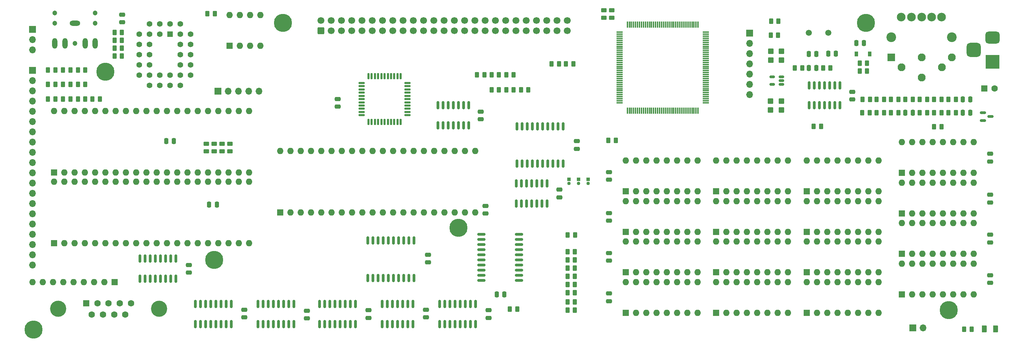
<source format=gbr>
%TF.GenerationSoftware,KiCad,Pcbnew,7.0.7*%
%TF.CreationDate,2023-10-19T16:40:54+01:00*%
%TF.ProjectId,CPC464-2MINI,43504334-3634-42d3-924d-494e492e6b69,rev?*%
%TF.SameCoordinates,Original*%
%TF.FileFunction,Soldermask,Top*%
%TF.FilePolarity,Negative*%
%FSLAX46Y46*%
G04 Gerber Fmt 4.6, Leading zero omitted, Abs format (unit mm)*
G04 Created by KiCad (PCBNEW 7.0.7) date 2023-10-19 16:40:54*
%MOMM*%
%LPD*%
G01*
G04 APERTURE LIST*
G04 Aperture macros list*
%AMRoundRect*
0 Rectangle with rounded corners*
0 $1 Rounding radius*
0 $2 $3 $4 $5 $6 $7 $8 $9 X,Y pos of 4 corners*
0 Add a 4 corners polygon primitive as box body*
4,1,4,$2,$3,$4,$5,$6,$7,$8,$9,$2,$3,0*
0 Add four circle primitives for the rounded corners*
1,1,$1+$1,$2,$3*
1,1,$1+$1,$4,$5*
1,1,$1+$1,$6,$7*
1,1,$1+$1,$8,$9*
0 Add four rect primitives between the rounded corners*
20,1,$1+$1,$2,$3,$4,$5,0*
20,1,$1+$1,$4,$5,$6,$7,0*
20,1,$1+$1,$6,$7,$8,$9,0*
20,1,$1+$1,$8,$9,$2,$3,0*%
G04 Aperture macros list end*
%ADD10RoundRect,0.150000X0.150000X-0.875000X0.150000X0.875000X-0.150000X0.875000X-0.150000X-0.875000X0*%
%ADD11RoundRect,0.250000X-0.262500X-0.450000X0.262500X-0.450000X0.262500X0.450000X-0.262500X0.450000X0*%
%ADD12RoundRect,0.150000X0.150000X-0.825000X0.150000X0.825000X-0.150000X0.825000X-0.150000X-0.825000X0*%
%ADD13RoundRect,0.250000X-0.450000X0.262500X-0.450000X-0.262500X0.450000X-0.262500X0.450000X0.262500X0*%
%ADD14RoundRect,0.250000X0.475000X-0.250000X0.475000X0.250000X-0.475000X0.250000X-0.475000X-0.250000X0*%
%ADD15RoundRect,0.137500X0.137500X-0.600000X0.137500X0.600000X-0.137500X0.600000X-0.137500X-0.600000X0*%
%ADD16RoundRect,0.137500X0.600000X-0.137500X0.600000X0.137500X-0.600000X0.137500X-0.600000X-0.137500X0*%
%ADD17R,1.600000X1.600000*%
%ADD18O,1.600000X1.600000*%
%ADD19C,4.500000*%
%ADD20R,0.850000X0.850000*%
%ADD21O,0.850000X0.850000*%
%ADD22C,4.000000*%
%ADD23C,1.600000*%
%ADD24RoundRect,0.150000X-0.587500X-0.150000X0.587500X-0.150000X0.587500X0.150000X-0.587500X0.150000X0*%
%ADD25RoundRect,0.250000X-0.250000X-0.475000X0.250000X-0.475000X0.250000X0.475000X-0.250000X0.475000X0*%
%ADD26RoundRect,0.250000X0.262500X0.450000X-0.262500X0.450000X-0.262500X-0.450000X0.262500X-0.450000X0*%
%ADD27C,1.200000*%
%ADD28O,2.616000X1.308000*%
%ADD29O,1.308000X2.616000*%
%ADD30RoundRect,0.250000X-0.475000X0.250000X-0.475000X-0.250000X0.475000X-0.250000X0.475000X0.250000X0*%
%ADD31RoundRect,0.250000X0.450000X0.425000X-0.450000X0.425000X-0.450000X-0.425000X0.450000X-0.425000X0*%
%ADD32R,1.700000X1.700000*%
%ADD33O,1.700000X1.700000*%
%ADD34C,2.400000*%
%ADD35R,1.950000X1.950000*%
%ADD36C,1.950000*%
%ADD37C,2.150000*%
%ADD38C,1.500000*%
%ADD39RoundRect,0.250000X0.600000X-0.600000X0.600000X0.600000X-0.600000X0.600000X-0.600000X-0.600000X0*%
%ADD40C,1.700000*%
%ADD41RoundRect,0.250000X0.250000X0.475000X-0.250000X0.475000X-0.250000X-0.475000X0.250000X-0.475000X0*%
%ADD42RoundRect,0.150000X0.512500X0.150000X-0.512500X0.150000X-0.512500X-0.150000X0.512500X-0.150000X0*%
%ADD43RoundRect,0.011200X-0.723800X-0.128800X0.723800X-0.128800X0.723800X0.128800X-0.723800X0.128800X0*%
%ADD44RoundRect,0.011200X0.128800X-0.723800X0.128800X0.723800X-0.128800X0.723800X-0.128800X-0.723800X0*%
%ADD45RoundRect,0.250000X0.375000X0.625000X-0.375000X0.625000X-0.375000X-0.625000X0.375000X-0.625000X0*%
%ADD46RoundRect,0.250000X-0.450000X-0.425000X0.450000X-0.425000X0.450000X0.425000X-0.450000X0.425000X0*%
%ADD47RoundRect,0.150000X-0.875000X-0.150000X0.875000X-0.150000X0.875000X0.150000X-0.875000X0.150000X0*%
%ADD48R,0.900000X1.200000*%
%ADD49R,1.422400X1.422400*%
%ADD50C,1.422400*%
%ADD51R,3.500000X3.500000*%
%ADD52RoundRect,0.750000X-1.000000X0.750000X-1.000000X-0.750000X1.000000X-0.750000X1.000000X0.750000X0*%
%ADD53RoundRect,0.875000X-0.875000X0.875000X-0.875000X-0.875000X0.875000X-0.875000X0.875000X0.875000X0*%
G04 APERTURE END LIST*
D10*
%TO.C,IC900*%
X137655000Y-66660000D03*
X138925000Y-66660000D03*
X140195000Y-66660000D03*
X141465000Y-66660000D03*
X142735000Y-66660000D03*
X144005000Y-66660000D03*
X145275000Y-66660000D03*
X146545000Y-66660000D03*
X147815000Y-66660000D03*
X149085000Y-66660000D03*
X149085000Y-57360000D03*
X147815000Y-57360000D03*
X146545000Y-57360000D03*
X145275000Y-57360000D03*
X144005000Y-57360000D03*
X142735000Y-57360000D03*
X141465000Y-57360000D03*
X140195000Y-57360000D03*
X138925000Y-57360000D03*
X137655000Y-57360000D03*
%TD*%
D11*
%TO.C,R121*%
X21637500Y-50600000D03*
X23462500Y-50600000D03*
%TD*%
%TO.C,R133*%
X230258000Y-50678000D03*
X232083000Y-50678000D03*
%TD*%
D12*
%TO.C,IC125*%
X210020000Y-52190000D03*
X211290000Y-52190000D03*
X212560000Y-52190000D03*
X213830000Y-52190000D03*
X215100000Y-52190000D03*
X216370000Y-52190000D03*
X217640000Y-52190000D03*
X217640000Y-47240000D03*
X216370000Y-47240000D03*
X215100000Y-47240000D03*
X213830000Y-47240000D03*
X212560000Y-47240000D03*
X211290000Y-47240000D03*
X210020000Y-47240000D03*
%TD*%
D13*
%TO.C,R104*%
X159150000Y-28637500D03*
X159150000Y-30462500D03*
%TD*%
D14*
%TO.C,C108*%
X254810000Y-76241000D03*
X254810000Y-74341000D03*
%TD*%
D15*
%TO.C,IC140*%
X100925000Y-56300000D03*
X101725000Y-56300000D03*
X102525000Y-56300000D03*
X103325000Y-56300000D03*
X104125000Y-56300000D03*
X104925000Y-56300000D03*
X105725000Y-56300000D03*
X106525000Y-56300000D03*
X107325000Y-56300000D03*
X108125000Y-56300000D03*
X108925000Y-56300000D03*
D16*
X110587500Y-54637500D03*
X110587500Y-53837500D03*
X110587500Y-53037500D03*
X110587500Y-52237500D03*
X110587500Y-51437500D03*
X110587500Y-50637500D03*
X110587500Y-49837500D03*
X110587500Y-49037500D03*
X110587500Y-48237500D03*
X110587500Y-47437500D03*
X110587500Y-46637500D03*
D15*
X108925000Y-44975000D03*
X108125000Y-44975000D03*
X107325000Y-44975000D03*
X106525000Y-44975000D03*
X105725000Y-44975000D03*
X104925000Y-44975000D03*
X104125000Y-44975000D03*
X103325000Y-44975000D03*
X102525000Y-44975000D03*
X101725000Y-44975000D03*
X100925000Y-44975000D03*
D16*
X99262500Y-46637500D03*
X99262500Y-47437500D03*
X99262500Y-48237500D03*
X99262500Y-49037500D03*
X99262500Y-49837500D03*
X99262500Y-50637500D03*
X99262500Y-51437500D03*
X99262500Y-52237500D03*
X99262500Y-53037500D03*
X99262500Y-53837500D03*
X99262500Y-54637500D03*
%TD*%
D14*
%TO.C,C105*%
X160417200Y-70632000D03*
X160417200Y-68732000D03*
%TD*%
D17*
%TO.C,IC118*%
X164566200Y-83525000D03*
D18*
X167106200Y-83525000D03*
X169646200Y-83525000D03*
X172186200Y-83525000D03*
X174726200Y-83525000D03*
X177266200Y-83525000D03*
X179806200Y-83525000D03*
X182346200Y-83525000D03*
X182346200Y-75905000D03*
X179806200Y-75905000D03*
X177266200Y-75905000D03*
X174726200Y-75905000D03*
X172186200Y-75905000D03*
X169646200Y-75905000D03*
X167106200Y-75905000D03*
X164566200Y-75905000D03*
%TD*%
D19*
%TO.C,H4*%
X244500400Y-102920800D03*
%TD*%
D13*
%TO.C,R105*%
X60815000Y-61717500D03*
X60815000Y-63542500D03*
%TD*%
D14*
%TO.C,C110*%
X254810000Y-96180000D03*
X254810000Y-94280000D03*
%TD*%
D12*
%TO.C,IC113*%
X118564000Y-106395000D03*
X119834000Y-106395000D03*
X121104000Y-106395000D03*
X122374000Y-106395000D03*
X123644000Y-106395000D03*
X124914000Y-106395000D03*
X126184000Y-106395000D03*
X127454000Y-106395000D03*
X127454000Y-101445000D03*
X126184000Y-101445000D03*
X124914000Y-101445000D03*
X123644000Y-101445000D03*
X122374000Y-101445000D03*
X121104000Y-101445000D03*
X119834000Y-101445000D03*
X118564000Y-101445000D03*
%TD*%
D17*
%TO.C,IC708*%
X232890000Y-99040000D03*
D18*
X235430000Y-99040000D03*
X237970000Y-99040000D03*
X240510000Y-99040000D03*
X243050000Y-99040000D03*
X245590000Y-99040000D03*
X248130000Y-99040000D03*
X250670000Y-99040000D03*
X250670000Y-91420000D03*
X248130000Y-91420000D03*
X245590000Y-91420000D03*
X243050000Y-91420000D03*
X240510000Y-91420000D03*
X237970000Y-91420000D03*
X235430000Y-91420000D03*
X232890000Y-91420000D03*
%TD*%
D11*
%TO.C,R155*%
X200565000Y-31350000D03*
X202390000Y-31350000D03*
%TD*%
D14*
%TO.C,C121*%
X115135000Y-104743000D03*
X115135000Y-102843000D03*
%TD*%
D11*
%TO.C,R131*%
X240926000Y-53980000D03*
X242751000Y-53980000D03*
%TD*%
D19*
%TO.C,H2*%
X224028000Y-31750000D03*
%TD*%
D11*
%TO.C,R126*%
X240926000Y-50678000D03*
X242751000Y-50678000D03*
%TD*%
D17*
%TO.C,IC703*%
X209355000Y-83525000D03*
D18*
X211895000Y-83525000D03*
X214435000Y-83525000D03*
X216975000Y-83525000D03*
X219515000Y-83525000D03*
X222055000Y-83525000D03*
X224595000Y-83525000D03*
X227135000Y-83525000D03*
X227135000Y-75905000D03*
X224595000Y-75905000D03*
X222055000Y-75905000D03*
X219515000Y-75905000D03*
X216975000Y-75905000D03*
X214435000Y-75905000D03*
X211895000Y-75905000D03*
X209355000Y-75905000D03*
%TD*%
D20*
%TO.C,LK8*%
X155260000Y-70525000D03*
D21*
X155260000Y-71525000D03*
%TD*%
D12*
%TO.C,IC110*%
X104340000Y-106395000D03*
X105610000Y-106395000D03*
X106880000Y-106395000D03*
X108150000Y-106395000D03*
X109420000Y-106395000D03*
X110690000Y-106395000D03*
X111960000Y-106395000D03*
X111960000Y-101445000D03*
X110690000Y-101445000D03*
X109420000Y-101445000D03*
X108150000Y-101445000D03*
X106880000Y-101445000D03*
X105610000Y-101445000D03*
X104340000Y-101445000D03*
%TD*%
D20*
%TO.C,LK6*%
X152900000Y-70525000D03*
D21*
X152900000Y-71525000D03*
%TD*%
D22*
%TO.C,J102*%
X24116800Y-102649300D03*
X49116800Y-102649300D03*
D17*
X31076800Y-101229300D03*
D23*
X33846800Y-101229300D03*
X36616800Y-101229300D03*
X39386800Y-101229300D03*
X42156800Y-101229300D03*
X32461800Y-104069300D03*
X35231800Y-104069300D03*
X38001800Y-104069300D03*
X40771800Y-104069300D03*
%TD*%
D24*
%TO.C,Q102*%
X252975000Y-54020000D03*
X252975000Y-55920000D03*
X254850000Y-54970000D03*
%TD*%
D25*
%TO.C,C134*%
X248000500Y-50678000D03*
X249900500Y-50678000D03*
%TD*%
D13*
%TO.C,R103*%
X161100000Y-28637500D03*
X161100000Y-30462500D03*
%TD*%
D25*
%TO.C,C131*%
X214700000Y-39390000D03*
X216600000Y-39390000D03*
%TD*%
D26*
%TO.C,R118*%
X27150000Y-43450000D03*
X25325000Y-43450000D03*
%TD*%
D14*
%TO.C,C106*%
X254810000Y-66081000D03*
X254810000Y-64181000D03*
%TD*%
D11*
%TO.C,R120*%
X25325000Y-46950000D03*
X27150000Y-46950000D03*
%TD*%
D26*
%TO.C,R1253*%
X39932500Y-34150000D03*
X38107500Y-34150000D03*
%TD*%
D17*
%TO.C,IC121*%
X186965000Y-73502000D03*
D18*
X189505000Y-73502000D03*
X192045000Y-73502000D03*
X194585000Y-73502000D03*
X197125000Y-73502000D03*
X199665000Y-73502000D03*
X202205000Y-73502000D03*
X204745000Y-73502000D03*
X204745000Y-65882000D03*
X202205000Y-65882000D03*
X199665000Y-65882000D03*
X197125000Y-65882000D03*
X194585000Y-65882000D03*
X192045000Y-65882000D03*
X189505000Y-65882000D03*
X186965000Y-65882000D03*
%TD*%
D27*
%TO.C,J103*%
X33295600Y-29300800D03*
X23295600Y-29300800D03*
X33295600Y-31800800D03*
X23295600Y-31800800D03*
X28295600Y-36800800D03*
D28*
X28295600Y-31800800D03*
D29*
X23295600Y-36800800D03*
X33295600Y-36800800D03*
X25795600Y-36800800D03*
X30795600Y-36800800D03*
%TD*%
D11*
%TO.C,R150*%
X150175000Y-88458000D03*
X152000000Y-88458000D03*
%TD*%
D14*
%TO.C,C117*%
X130629000Y-104870000D03*
X130629000Y-102970000D03*
%TD*%
D11*
%TO.C,R111*%
X213420000Y-42900000D03*
X215245000Y-42900000D03*
%TD*%
%TO.C,R136*%
X226702000Y-53980000D03*
X228527000Y-53980000D03*
%TD*%
%TO.C,R147*%
X150175000Y-94554000D03*
X152000000Y-94554000D03*
%TD*%
%TO.C,R153*%
X150175000Y-98618000D03*
X152000000Y-98618000D03*
%TD*%
D14*
%TO.C,C127*%
X70177000Y-104743000D03*
X70177000Y-102843000D03*
%TD*%
D17*
%TO.C,IC701*%
X209355000Y-103591000D03*
D18*
X211895000Y-103591000D03*
X214435000Y-103591000D03*
X216975000Y-103591000D03*
X219515000Y-103591000D03*
X222055000Y-103591000D03*
X224595000Y-103591000D03*
X227135000Y-103591000D03*
X227135000Y-95971000D03*
X224595000Y-95971000D03*
X222055000Y-95971000D03*
X219515000Y-95971000D03*
X216975000Y-95971000D03*
X214435000Y-95971000D03*
X211895000Y-95971000D03*
X209355000Y-95971000D03*
%TD*%
D17*
%TO.C,IC119*%
X164566200Y-93568000D03*
D18*
X167106200Y-93568000D03*
X169646200Y-93568000D03*
X172186200Y-93568000D03*
X174726200Y-93568000D03*
X177266200Y-93568000D03*
X179806200Y-93568000D03*
X182346200Y-93568000D03*
X182346200Y-85948000D03*
X179806200Y-85948000D03*
X177266200Y-85948000D03*
X174726200Y-85948000D03*
X172186200Y-85948000D03*
X169646200Y-85948000D03*
X167106200Y-85948000D03*
X164566200Y-85948000D03*
%TD*%
D26*
%TO.C,C604*%
X202305000Y-34795000D03*
X200480000Y-34795000D03*
%TD*%
D11*
%TO.C,R115*%
X32625000Y-50600000D03*
X34450000Y-50600000D03*
%TD*%
%TO.C,R141*%
X135035400Y-48300000D03*
X136860400Y-48300000D03*
%TD*%
D30*
%TO.C,C116*%
X128695000Y-53750000D03*
X128695000Y-55650000D03*
%TD*%
D31*
%TO.C,C601*%
X203117500Y-53345000D03*
X200417500Y-53345000D03*
%TD*%
D11*
%TO.C,R143*%
X206457500Y-42910000D03*
X208282500Y-42910000D03*
%TD*%
%TO.C,R130*%
X230258000Y-53980000D03*
X232083000Y-53980000D03*
%TD*%
D25*
%TO.C,C135*%
X233753500Y-53980000D03*
X235653500Y-53980000D03*
%TD*%
D11*
%TO.C,R122*%
X21637500Y-43450000D03*
X23462500Y-43450000D03*
%TD*%
%TO.C,R137*%
X237370000Y-50678000D03*
X239195000Y-50678000D03*
%TD*%
%TO.C,R128*%
X244482000Y-50678000D03*
X246307000Y-50678000D03*
%TD*%
D25*
%TO.C,C133*%
X248000500Y-53980000D03*
X249900500Y-53980000D03*
%TD*%
D11*
%TO.C,R142*%
X149800000Y-41900000D03*
X151625000Y-41900000D03*
%TD*%
D17*
%TO.C,IC117*%
X164566200Y-73502000D03*
D18*
X167106200Y-73502000D03*
X169646200Y-73502000D03*
X172186200Y-73502000D03*
X174726200Y-73502000D03*
X177266200Y-73502000D03*
X179806200Y-73502000D03*
X182346200Y-73502000D03*
X182346200Y-65882000D03*
X179806200Y-65882000D03*
X177266200Y-65882000D03*
X174726200Y-65882000D03*
X172186200Y-65882000D03*
X169646200Y-65882000D03*
X167106200Y-65882000D03*
X164566200Y-65882000D03*
%TD*%
D32*
%TO.C,J105*%
X17830800Y-33324800D03*
D33*
X17830800Y-35864800D03*
X17830800Y-38404800D03*
%TD*%
D34*
%TO.C,J101*%
X245327500Y-35273200D03*
X230327500Y-35273200D03*
D35*
X230327500Y-40273200D03*
D36*
X232827500Y-42773200D03*
X237827500Y-40273200D03*
X242827500Y-42773200D03*
X245327500Y-40273200D03*
X237827500Y-45273200D03*
D37*
X242747500Y-30320200D03*
X240327500Y-30273200D03*
X237827500Y-30320200D03*
X235327500Y-30273200D03*
X232747500Y-30320200D03*
%TD*%
D17*
%TO.C,IC141*%
X23140000Y-86340000D03*
D18*
X25680000Y-86340000D03*
X28220000Y-86340000D03*
X30760000Y-86340000D03*
X33300000Y-86340000D03*
X35840000Y-86340000D03*
X38380000Y-86340000D03*
X40920000Y-86340000D03*
X43460000Y-86340000D03*
X46000000Y-86340000D03*
X48540000Y-86340000D03*
X51080000Y-86340000D03*
X53620000Y-86340000D03*
X56160000Y-86340000D03*
X58700000Y-86340000D03*
X61240000Y-86340000D03*
X63780000Y-86340000D03*
X66320000Y-86340000D03*
X68860000Y-86340000D03*
X71400000Y-86340000D03*
X71400000Y-71100000D03*
X68860000Y-71100000D03*
X66320000Y-71100000D03*
X63780000Y-71100000D03*
X61240000Y-71100000D03*
X58700000Y-71100000D03*
X56160000Y-71100000D03*
X53620000Y-71100000D03*
X51080000Y-71100000D03*
X48540000Y-71100000D03*
X46000000Y-71100000D03*
X43460000Y-71100000D03*
X40920000Y-71100000D03*
X38380000Y-71100000D03*
X35840000Y-71100000D03*
X33300000Y-71100000D03*
X30760000Y-71100000D03*
X28220000Y-71100000D03*
X25680000Y-71100000D03*
X23140000Y-71100000D03*
%TD*%
D10*
%TO.C,IC115*%
X100800000Y-94960000D03*
X102070000Y-94960000D03*
X103340000Y-94960000D03*
X104610000Y-94960000D03*
X105880000Y-94960000D03*
X107150000Y-94960000D03*
X108420000Y-94960000D03*
X109690000Y-94960000D03*
X110960000Y-94960000D03*
X112230000Y-94960000D03*
X112230000Y-85660000D03*
X110960000Y-85660000D03*
X109690000Y-85660000D03*
X108420000Y-85660000D03*
X107150000Y-85660000D03*
X105880000Y-85660000D03*
X104610000Y-85660000D03*
X103340000Y-85660000D03*
X102070000Y-85660000D03*
X100800000Y-85660000D03*
%TD*%
D17*
%TO.C,SW1250*%
X66550000Y-37425000D03*
D18*
X69090000Y-37425000D03*
X71630000Y-37425000D03*
X74170000Y-37425000D03*
X74170000Y-29805000D03*
X71630000Y-29805000D03*
X69090000Y-29805000D03*
X66550000Y-29805000D03*
%TD*%
D38*
%TO.C,X101*%
X209870000Y-34190000D03*
X214750000Y-34190000D03*
%TD*%
D26*
%TO.C,R1250*%
X39932500Y-40000000D03*
X38107500Y-40000000D03*
%TD*%
D14*
%TO.C,C122*%
X100911000Y-104870000D03*
X100911000Y-102970000D03*
%TD*%
D11*
%TO.C,R161*%
X160287500Y-60900000D03*
X162112500Y-60900000D03*
%TD*%
%TO.C,R119*%
X29012500Y-43450000D03*
X30837500Y-43450000D03*
%TD*%
%TO.C,R135*%
X233814000Y-50678000D03*
X235639000Y-50678000D03*
%TD*%
D39*
%TO.C,PL1*%
X89159000Y-33660000D03*
D40*
X89159000Y-31120000D03*
X91699000Y-33660000D03*
X91699000Y-31120000D03*
X94239000Y-33660000D03*
X94239000Y-31120000D03*
X96779000Y-33660000D03*
X96779000Y-31120000D03*
X99319000Y-33660000D03*
X99319000Y-31120000D03*
X101859000Y-33660000D03*
X101859000Y-31120000D03*
X104399000Y-33660000D03*
X104399000Y-31120000D03*
X106939000Y-33660000D03*
X106939000Y-31120000D03*
X109479000Y-33660000D03*
X109479000Y-31120000D03*
X112019000Y-33660000D03*
X112019000Y-31120000D03*
X114559000Y-33660000D03*
X114559000Y-31120000D03*
X117099000Y-33660000D03*
X117099000Y-31120000D03*
X119639000Y-33660000D03*
X119639000Y-31120000D03*
X122179000Y-33660000D03*
X122179000Y-31120000D03*
X124719000Y-33660000D03*
X124719000Y-31120000D03*
X127259000Y-33660000D03*
X127259000Y-31120000D03*
X129799000Y-33660000D03*
X129799000Y-31120000D03*
X132339000Y-33660000D03*
X132339000Y-31120000D03*
X134879000Y-33660000D03*
X134879000Y-31120000D03*
X137419000Y-33660000D03*
X137419000Y-31120000D03*
X139959000Y-33660000D03*
X139959000Y-31120000D03*
X142499000Y-33660000D03*
X142499000Y-31120000D03*
X145039000Y-33660000D03*
X145039000Y-31120000D03*
X147579000Y-33660000D03*
X147579000Y-31120000D03*
X150119000Y-33660000D03*
X150119000Y-31120000D03*
%TD*%
D41*
%TO.C,C132*%
X211790000Y-42920000D03*
X209890000Y-42920000D03*
%TD*%
D32*
%TO.C,J340*%
X235675000Y-107350000D03*
D33*
X238215000Y-107350000D03*
%TD*%
D19*
%TO.C,H3*%
X18034000Y-107797600D03*
%TD*%
D17*
%TO.C,IC704*%
X209355000Y-73502000D03*
D18*
X211895000Y-73502000D03*
X214435000Y-73502000D03*
X216975000Y-73502000D03*
X219515000Y-73502000D03*
X222055000Y-73502000D03*
X224595000Y-73502000D03*
X227135000Y-73502000D03*
X227135000Y-65882000D03*
X224595000Y-65882000D03*
X222055000Y-65882000D03*
X219515000Y-65882000D03*
X216975000Y-65882000D03*
X214435000Y-65882000D03*
X211895000Y-65882000D03*
X209355000Y-65882000D03*
%TD*%
D42*
%TO.C,IC601*%
X203117500Y-47020000D03*
X203117500Y-46070000D03*
X203117500Y-45120000D03*
X200842500Y-45120000D03*
X200842500Y-47020000D03*
%TD*%
D11*
%TO.C,R146*%
X150175000Y-92522000D03*
X152000000Y-92522000D03*
%TD*%
D13*
%TO.C,R108*%
X66640000Y-61717500D03*
X66640000Y-63542500D03*
%TD*%
D11*
%TO.C,R112*%
X146250000Y-41900000D03*
X148075000Y-41900000D03*
%TD*%
D30*
%TO.C,C125*%
X39970000Y-29700000D03*
X39970000Y-31600000D03*
%TD*%
D12*
%TO.C,IC901*%
X137490000Y-76495000D03*
X138760000Y-76495000D03*
X140030000Y-76495000D03*
X141300000Y-76495000D03*
X142570000Y-76495000D03*
X143840000Y-76495000D03*
X145110000Y-76495000D03*
X145110000Y-71545000D03*
X143840000Y-71545000D03*
X142570000Y-71545000D03*
X141300000Y-71545000D03*
X140030000Y-71545000D03*
X138760000Y-71545000D03*
X137490000Y-71545000D03*
%TD*%
%TO.C,IC101*%
X44410000Y-95140000D03*
X45680000Y-95140000D03*
X46950000Y-95140000D03*
X48220000Y-95140000D03*
X49490000Y-95140000D03*
X50760000Y-95140000D03*
X52030000Y-95140000D03*
X53300000Y-95140000D03*
X53300000Y-90190000D03*
X52030000Y-90190000D03*
X50760000Y-90190000D03*
X49490000Y-90190000D03*
X48220000Y-90190000D03*
X46950000Y-90190000D03*
X45680000Y-90190000D03*
X44410000Y-90190000D03*
%TD*%
D11*
%TO.C,R149*%
X150175000Y-102982000D03*
X152000000Y-102982000D03*
%TD*%
D32*
%TO.C,CP2*%
X17830800Y-43484800D03*
D33*
X17830800Y-46024800D03*
X17830800Y-48564800D03*
X17830800Y-51104800D03*
X17830800Y-53644800D03*
X17830800Y-56184800D03*
X17830800Y-58724800D03*
X17830800Y-61264800D03*
X17830800Y-63804800D03*
X17830800Y-66344800D03*
X17830800Y-68884800D03*
X17830800Y-71424800D03*
X17830800Y-73964800D03*
X17830800Y-76504800D03*
X17830800Y-79044800D03*
X17830800Y-81584800D03*
X17830800Y-84124800D03*
X17830800Y-86664800D03*
X17830800Y-89204800D03*
X17830800Y-91744800D03*
%TD*%
D32*
%TO.C,CP3*%
X63680000Y-48650000D03*
D33*
X66220000Y-48650000D03*
X68760000Y-48650000D03*
X71300000Y-48650000D03*
X73840000Y-48650000D03*
%TD*%
D11*
%TO.C,R123*%
X21637500Y-46950000D03*
X23462500Y-46950000D03*
%TD*%
D17*
%TO.C,IC702*%
X209355000Y-93568000D03*
D18*
X211895000Y-93568000D03*
X214435000Y-93568000D03*
X216975000Y-93568000D03*
X219515000Y-93568000D03*
X222055000Y-93568000D03*
X224595000Y-93568000D03*
X227135000Y-93568000D03*
X227135000Y-85948000D03*
X224595000Y-85948000D03*
X222055000Y-85948000D03*
X219515000Y-85948000D03*
X216975000Y-85948000D03*
X214435000Y-85948000D03*
X211895000Y-85948000D03*
X209355000Y-85948000D03*
%TD*%
D17*
%TO.C,NR1*%
X38075000Y-96025000D03*
D18*
X35535000Y-96025000D03*
X32995000Y-96025000D03*
X30455000Y-96025000D03*
X27915000Y-96025000D03*
X25375000Y-96025000D03*
X22835000Y-96025000D03*
X20295000Y-96025000D03*
X17755000Y-96025000D03*
%TD*%
D43*
%TO.C,IC600*%
X163075000Y-34050000D03*
X163075000Y-34550000D03*
X163075000Y-35050000D03*
X163075000Y-35550000D03*
X163075000Y-36050000D03*
X163075000Y-36550000D03*
X163075000Y-37050000D03*
X163075000Y-37550000D03*
X163075000Y-38050000D03*
X163075000Y-38550000D03*
X163075000Y-39050000D03*
X163075000Y-39550000D03*
X163075000Y-40050000D03*
X163075000Y-40550000D03*
X163075000Y-41050000D03*
X163075000Y-41550000D03*
X163075000Y-42050000D03*
X163075000Y-42550000D03*
X163075000Y-43050000D03*
X163075000Y-43550000D03*
X163075000Y-44050000D03*
X163075000Y-44550000D03*
X163075000Y-45050000D03*
X163075000Y-45550000D03*
X163075000Y-46050000D03*
X163075000Y-46550000D03*
X163075000Y-47050000D03*
X163075000Y-47550000D03*
X163075000Y-48050000D03*
X163075000Y-48550000D03*
X163075000Y-49050000D03*
X163075000Y-49550000D03*
X163075000Y-50050000D03*
X163075000Y-50550000D03*
X163075000Y-51050000D03*
X163075000Y-51550000D03*
D44*
X164995000Y-53470000D03*
X165495000Y-53470000D03*
X165995000Y-53470000D03*
X166495000Y-53470000D03*
X166995000Y-53470000D03*
X167495000Y-53470000D03*
X167995000Y-53470000D03*
X168495000Y-53470000D03*
X168995000Y-53470000D03*
X169495000Y-53470000D03*
X169995000Y-53470000D03*
X170495000Y-53470000D03*
X170995000Y-53470000D03*
X171495000Y-53470000D03*
X171995000Y-53470000D03*
X172495000Y-53470000D03*
X172995000Y-53470000D03*
X173495000Y-53470000D03*
X173995000Y-53470000D03*
X174495000Y-53470000D03*
X174995000Y-53470000D03*
X175495000Y-53470000D03*
X175995000Y-53470000D03*
X176495000Y-53470000D03*
X176995000Y-53470000D03*
X177495000Y-53470000D03*
X177995000Y-53470000D03*
X178495000Y-53470000D03*
X178995000Y-53470000D03*
X179495000Y-53470000D03*
X179995000Y-53470000D03*
X180495000Y-53470000D03*
X180995000Y-53470000D03*
X181495000Y-53470000D03*
X181995000Y-53470000D03*
X182495000Y-53470000D03*
D43*
X184415000Y-51550000D03*
X184415000Y-51050000D03*
X184415000Y-50550000D03*
X184415000Y-50050000D03*
X184415000Y-49550000D03*
X184415000Y-49050000D03*
X184415000Y-48550000D03*
X184415000Y-48050000D03*
X184415000Y-47550000D03*
X184415000Y-47050000D03*
X184415000Y-46550000D03*
X184415000Y-46050000D03*
X184415000Y-45550000D03*
X184415000Y-45050000D03*
X184415000Y-44550000D03*
X184415000Y-44050000D03*
X184415000Y-43550000D03*
X184415000Y-43050000D03*
X184415000Y-42550000D03*
X184415000Y-42050000D03*
X184415000Y-41550000D03*
X184415000Y-41050000D03*
X184415000Y-40550000D03*
X184415000Y-40050000D03*
X184415000Y-39550000D03*
X184415000Y-39050000D03*
X184415000Y-38550000D03*
X184415000Y-38050000D03*
X184415000Y-37550000D03*
X184415000Y-37050000D03*
X184415000Y-36550000D03*
X184415000Y-36050000D03*
X184415000Y-35550000D03*
X184415000Y-35050000D03*
X184415000Y-34550000D03*
X184415000Y-34050000D03*
D44*
X182495000Y-32130000D03*
X181995000Y-32130000D03*
X181495000Y-32130000D03*
X180995000Y-32130000D03*
X180495000Y-32130000D03*
X179995000Y-32130000D03*
X179495000Y-32130000D03*
X178995000Y-32130000D03*
X178495000Y-32130000D03*
X177995000Y-32130000D03*
X177495000Y-32130000D03*
X176995000Y-32130000D03*
X176495000Y-32130000D03*
X175995000Y-32130000D03*
X175495000Y-32130000D03*
X174995000Y-32130000D03*
X174495000Y-32130000D03*
X173995000Y-32130000D03*
X173495000Y-32130000D03*
X172995000Y-32130000D03*
X172495000Y-32130000D03*
X171995000Y-32130000D03*
X171495000Y-32130000D03*
X170995000Y-32130000D03*
X170495000Y-32130000D03*
X169995000Y-32130000D03*
X169495000Y-32130000D03*
X168995000Y-32130000D03*
X168495000Y-32130000D03*
X167995000Y-32130000D03*
X167495000Y-32130000D03*
X166995000Y-32130000D03*
X166495000Y-32130000D03*
X165995000Y-32130000D03*
X165495000Y-32130000D03*
X164995000Y-32130000D03*
%TD*%
D13*
%TO.C,R106*%
X62740000Y-61717500D03*
X62740000Y-63542500D03*
%TD*%
D26*
%TO.C,R1252*%
X39932500Y-36100000D03*
X38107500Y-36100000D03*
%TD*%
D11*
%TO.C,R160*%
X211107500Y-57400000D03*
X212932500Y-57400000D03*
%TD*%
%TO.C,R134*%
X223146000Y-53980000D03*
X224971000Y-53980000D03*
%TD*%
D14*
%TO.C,C123*%
X85671000Y-104997000D03*
X85671000Y-103097000D03*
%TD*%
D19*
%TO.C,H9*%
X35788600Y-43840400D03*
%TD*%
%TO.C,H6*%
X62788800Y-90474800D03*
%TD*%
D12*
%TO.C,IC104*%
X58112000Y-106395000D03*
X59382000Y-106395000D03*
X60652000Y-106395000D03*
X61922000Y-106395000D03*
X63192000Y-106395000D03*
X64462000Y-106395000D03*
X65732000Y-106395000D03*
X67002000Y-106395000D03*
X67002000Y-101445000D03*
X65732000Y-101445000D03*
X64462000Y-101445000D03*
X63192000Y-101445000D03*
X61922000Y-101445000D03*
X60652000Y-101445000D03*
X59382000Y-101445000D03*
X58112000Y-101445000D03*
%TD*%
D14*
%TO.C,C112*%
X254810000Y-86147000D03*
X254810000Y-84247000D03*
%TD*%
D11*
%TO.C,R145*%
X222507500Y-43700000D03*
X224332500Y-43700000D03*
%TD*%
D25*
%TO.C,C137*%
X61500000Y-76780000D03*
X63400000Y-76780000D03*
%TD*%
D31*
%TO.C,C600*%
X203117500Y-51145000D03*
X200417500Y-51145000D03*
%TD*%
D30*
%TO.C,C113*%
X148175000Y-73070000D03*
X148175000Y-74970000D03*
%TD*%
D11*
%TO.C,R109*%
X127777500Y-44650000D03*
X129602500Y-44650000D03*
%TD*%
D17*
%TO.C,IC706*%
X232890000Y-78974000D03*
D18*
X235430000Y-78974000D03*
X237970000Y-78974000D03*
X240510000Y-78974000D03*
X243050000Y-78974000D03*
X245590000Y-78974000D03*
X248130000Y-78974000D03*
X250670000Y-78974000D03*
X250670000Y-71354000D03*
X248130000Y-71354000D03*
X245590000Y-71354000D03*
X243050000Y-71354000D03*
X240510000Y-71354000D03*
X237970000Y-71354000D03*
X235430000Y-71354000D03*
X232890000Y-71354000D03*
%TD*%
D25*
%TO.C,C114*%
X132677000Y-99019000D03*
X134577000Y-99019000D03*
%TD*%
D17*
%TO.C,IC122*%
X186965000Y-83525000D03*
D18*
X189505000Y-83525000D03*
X192045000Y-83525000D03*
X194585000Y-83525000D03*
X197125000Y-83525000D03*
X199665000Y-83525000D03*
X202205000Y-83525000D03*
X204745000Y-83525000D03*
X204745000Y-75905000D03*
X202205000Y-75905000D03*
X199665000Y-75905000D03*
X197125000Y-75905000D03*
X194585000Y-75905000D03*
X192045000Y-75905000D03*
X189505000Y-75905000D03*
X186965000Y-75905000D03*
%TD*%
D17*
%TO.C,IC120*%
X164566200Y-103591000D03*
D18*
X167106200Y-103591000D03*
X169646200Y-103591000D03*
X172186200Y-103591000D03*
X174726200Y-103591000D03*
X177266200Y-103591000D03*
X179806200Y-103591000D03*
X182346200Y-103591000D03*
X182346200Y-95971000D03*
X179806200Y-95971000D03*
X177266200Y-95971000D03*
X174726200Y-95971000D03*
X172186200Y-95971000D03*
X169646200Y-95971000D03*
X167106200Y-95971000D03*
X164566200Y-95971000D03*
%TD*%
D14*
%TO.C,C120*%
X129900000Y-79000000D03*
X129900000Y-77100000D03*
%TD*%
D45*
%TO.C,D102*%
X256100000Y-107650000D03*
X253300000Y-107650000D03*
%TD*%
D11*
%TO.C,R132*%
X244482000Y-53980000D03*
X246307000Y-53980000D03*
%TD*%
D14*
%TO.C,C136*%
X93322500Y-52500000D03*
X93322500Y-50600000D03*
%TD*%
%TO.C,C115*%
X115659000Y-91133000D03*
X115659000Y-89233000D03*
%TD*%
D26*
%TO.C,R138*%
X250162500Y-107700000D03*
X248337500Y-107700000D03*
%TD*%
%TO.C,R101*%
X224332500Y-41740000D03*
X222507500Y-41740000D03*
%TD*%
D25*
%TO.C,C102*%
X221643000Y-36751600D03*
X223543000Y-36751600D03*
%TD*%
D11*
%TO.C,R124*%
X131402500Y-48300000D03*
X133227500Y-48300000D03*
%TD*%
D25*
%TO.C,C130*%
X209880000Y-39420000D03*
X211780000Y-39420000D03*
%TD*%
D12*
%TO.C,IC105*%
X73606000Y-106395000D03*
X74876000Y-106395000D03*
X76146000Y-106395000D03*
X77416000Y-106395000D03*
X78686000Y-106395000D03*
X79956000Y-106395000D03*
X81226000Y-106395000D03*
X82496000Y-106395000D03*
X82496000Y-101445000D03*
X81226000Y-101445000D03*
X79956000Y-101445000D03*
X78686000Y-101445000D03*
X77416000Y-101445000D03*
X76146000Y-101445000D03*
X74876000Y-101445000D03*
X73606000Y-101445000D03*
%TD*%
D11*
%TO.C,R127*%
X240926000Y-57480000D03*
X242751000Y-57480000D03*
%TD*%
%TO.C,R102*%
X135035400Y-44650000D03*
X136860400Y-44650000D03*
%TD*%
%TO.C,R152*%
X150175000Y-96586000D03*
X152000000Y-96586000D03*
%TD*%
D17*
%TO.C,C101*%
X253363200Y-47973200D03*
D23*
X255863200Y-47973200D03*
%TD*%
D11*
%TO.C,R129*%
X226702000Y-50678000D03*
X228527000Y-50678000D03*
%TD*%
D46*
%TO.C,C602*%
X200462500Y-40970000D03*
X203162500Y-40970000D03*
%TD*%
D12*
%TO.C,IC109*%
X88846000Y-106395000D03*
X90116000Y-106395000D03*
X91386000Y-106395000D03*
X92656000Y-106395000D03*
X93926000Y-106395000D03*
X95196000Y-106395000D03*
X96466000Y-106395000D03*
X97736000Y-106395000D03*
X97736000Y-101445000D03*
X96466000Y-101445000D03*
X95196000Y-101445000D03*
X93926000Y-101445000D03*
X92656000Y-101445000D03*
X91386000Y-101445000D03*
X90116000Y-101445000D03*
X88846000Y-101445000D03*
%TD*%
D32*
%TO.C,J601*%
X195290000Y-34300000D03*
D33*
X195290000Y-36840000D03*
X195290000Y-39380000D03*
X195290000Y-41920000D03*
X195290000Y-44460000D03*
X195290000Y-47000000D03*
X195290000Y-49540000D03*
%TD*%
D47*
%TO.C,IC114*%
X128850000Y-84160000D03*
X128850000Y-85430000D03*
X128850000Y-86700000D03*
X128850000Y-87970000D03*
X128850000Y-89240000D03*
X128850000Y-90510000D03*
X128850000Y-91780000D03*
X128850000Y-93050000D03*
X128850000Y-94320000D03*
X128850000Y-95590000D03*
X138150000Y-95590000D03*
X138150000Y-94320000D03*
X138150000Y-93050000D03*
X138150000Y-91780000D03*
X138150000Y-90510000D03*
X138150000Y-89240000D03*
X138150000Y-87970000D03*
X138150000Y-86700000D03*
X138150000Y-85430000D03*
X138150000Y-84160000D03*
%TD*%
D11*
%TO.C,R148*%
X150175000Y-100950000D03*
X152000000Y-100950000D03*
%TD*%
D26*
%TO.C,R144*%
X140492500Y-48300000D03*
X138667500Y-48300000D03*
%TD*%
D14*
%TO.C,C107*%
X160417200Y-80792000D03*
X160417200Y-78892000D03*
%TD*%
D17*
%TO.C,IC707*%
X232890000Y-89017000D03*
D18*
X235430000Y-89017000D03*
X237970000Y-89017000D03*
X240510000Y-89017000D03*
X243050000Y-89017000D03*
X245590000Y-89017000D03*
X248130000Y-89017000D03*
X250670000Y-89017000D03*
X250670000Y-81397000D03*
X248130000Y-81397000D03*
X245590000Y-81397000D03*
X243050000Y-81397000D03*
X240510000Y-81397000D03*
X237970000Y-81397000D03*
X235430000Y-81397000D03*
X232890000Y-81397000D03*
%TD*%
D30*
%TO.C,C104*%
X152470000Y-61080000D03*
X152470000Y-62980000D03*
%TD*%
D19*
%TO.C,H1*%
X79756000Y-31750000D03*
%TD*%
D48*
%TO.C,D101*%
X224943000Y-39461600D03*
X221643000Y-39461600D03*
%TD*%
D17*
%TO.C,IC705*%
X232890000Y-68951000D03*
D18*
X235430000Y-68951000D03*
X237970000Y-68951000D03*
X240510000Y-68951000D03*
X243050000Y-68951000D03*
X245590000Y-68951000D03*
X248130000Y-68951000D03*
X250670000Y-68951000D03*
X250670000Y-61331000D03*
X248130000Y-61331000D03*
X245590000Y-61331000D03*
X243050000Y-61331000D03*
X240510000Y-61331000D03*
X237970000Y-61331000D03*
X235430000Y-61331000D03*
X232890000Y-61331000D03*
%TD*%
D26*
%TO.C,R157*%
X137752500Y-102700000D03*
X135927500Y-102700000D03*
%TD*%
D46*
%TO.C,C603*%
X200462500Y-38770000D03*
X203162500Y-38770000D03*
%TD*%
D17*
%TO.C,IC123*%
X186965000Y-93568000D03*
D18*
X189505000Y-93568000D03*
X192045000Y-93568000D03*
X194585000Y-93568000D03*
X197125000Y-93568000D03*
X199665000Y-93568000D03*
X202205000Y-93568000D03*
X204745000Y-93568000D03*
X204745000Y-85948000D03*
X202205000Y-85948000D03*
X199665000Y-85948000D03*
X197125000Y-85948000D03*
X194585000Y-85948000D03*
X192045000Y-85948000D03*
X189505000Y-85948000D03*
X186965000Y-85948000D03*
%TD*%
D20*
%TO.C,LK5*%
X150530000Y-70525000D03*
D21*
X150530000Y-71525000D03*
%TD*%
D11*
%TO.C,R117*%
X29012500Y-46950000D03*
X30837500Y-46950000D03*
%TD*%
D13*
%TO.C,R107*%
X64690000Y-61717500D03*
X64690000Y-63542500D03*
%TD*%
D49*
%TO.C,IC1250*%
X51850000Y-34570000D03*
D50*
X49310000Y-32030000D03*
X49310000Y-34570000D03*
X46770000Y-32030000D03*
X44230000Y-34570000D03*
X46770000Y-34570000D03*
X44230000Y-37110000D03*
X46770000Y-37110000D03*
X44230000Y-39650000D03*
X46770000Y-39650000D03*
X44230000Y-42190000D03*
X46770000Y-42190000D03*
X44230000Y-44730000D03*
X46770000Y-47270000D03*
X46770000Y-44730000D03*
X49310000Y-47270000D03*
X49310000Y-44730000D03*
X51850000Y-47270000D03*
X51850000Y-44730000D03*
X54390000Y-47270000D03*
X56930000Y-44730000D03*
X54390000Y-44730000D03*
X56930000Y-42190000D03*
X54390000Y-42190000D03*
X56930000Y-39650000D03*
X54390000Y-39650000D03*
X56930000Y-37110000D03*
X54390000Y-37110000D03*
X56930000Y-34570000D03*
X54390000Y-32030000D03*
X54390000Y-34570000D03*
X51850000Y-32030000D03*
%TD*%
D11*
%TO.C,R125*%
X237370000Y-53980000D03*
X239195000Y-53980000D03*
%TD*%
D26*
%TO.C,R116*%
X27150000Y-50600000D03*
X25325000Y-50600000D03*
%TD*%
D12*
%TO.C,IC112*%
X118090000Y-57125000D03*
X119360000Y-57125000D03*
X120630000Y-57125000D03*
X121900000Y-57125000D03*
X123170000Y-57125000D03*
X124440000Y-57125000D03*
X125710000Y-57125000D03*
X125710000Y-52175000D03*
X124440000Y-52175000D03*
X123170000Y-52175000D03*
X121900000Y-52175000D03*
X120630000Y-52175000D03*
X119360000Y-52175000D03*
X118090000Y-52175000D03*
%TD*%
D19*
%TO.C,H7*%
X123190000Y-82550000D03*
%TD*%
D11*
%TO.C,R156*%
X61062500Y-29500000D03*
X62887500Y-29500000D03*
%TD*%
D17*
%TO.C,IC107*%
X23140000Y-68860000D03*
D18*
X25680000Y-68860000D03*
X28220000Y-68860000D03*
X30760000Y-68860000D03*
X33300000Y-68860000D03*
X35840000Y-68860000D03*
X38380000Y-68860000D03*
X40920000Y-68860000D03*
X43460000Y-68860000D03*
X46000000Y-68860000D03*
X48540000Y-68860000D03*
X51080000Y-68860000D03*
X53620000Y-68860000D03*
X56160000Y-68860000D03*
X58700000Y-68860000D03*
X61240000Y-68860000D03*
X63780000Y-68860000D03*
X66320000Y-68860000D03*
X68860000Y-68860000D03*
X71400000Y-68860000D03*
X71400000Y-53620000D03*
X68860000Y-53620000D03*
X66320000Y-53620000D03*
X63780000Y-53620000D03*
X61240000Y-53620000D03*
X58700000Y-53620000D03*
X56160000Y-53620000D03*
X53620000Y-53620000D03*
X51080000Y-53620000D03*
X48540000Y-53620000D03*
X46000000Y-53620000D03*
X43460000Y-53620000D03*
X40920000Y-53620000D03*
X38380000Y-53620000D03*
X35840000Y-53620000D03*
X33300000Y-53620000D03*
X30760000Y-53620000D03*
X28220000Y-53620000D03*
X25680000Y-53620000D03*
X23140000Y-53620000D03*
%TD*%
D41*
%TO.C,C119*%
X52760000Y-61010000D03*
X50860000Y-61010000D03*
%TD*%
D11*
%TO.C,R114*%
X29012500Y-50600000D03*
X30837500Y-50600000D03*
%TD*%
D17*
%TO.C,IC108*%
X79100000Y-78700000D03*
D18*
X81640000Y-78700000D03*
X84180000Y-78700000D03*
X86720000Y-78700000D03*
X89260000Y-78700000D03*
X91800000Y-78700000D03*
X94340000Y-78700000D03*
X96880000Y-78700000D03*
X99420000Y-78700000D03*
X101960000Y-78700000D03*
X104500000Y-78700000D03*
X107040000Y-78700000D03*
X109580000Y-78700000D03*
X112120000Y-78700000D03*
X114660000Y-78700000D03*
X117200000Y-78700000D03*
X119740000Y-78700000D03*
X122280000Y-78700000D03*
X124820000Y-78700000D03*
X127360000Y-78700000D03*
X127360000Y-63460000D03*
X124820000Y-63460000D03*
X122280000Y-63460000D03*
X119740000Y-63460000D03*
X117200000Y-63460000D03*
X114660000Y-63460000D03*
X112120000Y-63460000D03*
X109580000Y-63460000D03*
X107040000Y-63460000D03*
X104500000Y-63460000D03*
X101960000Y-63460000D03*
X99420000Y-63460000D03*
X96880000Y-63460000D03*
X94340000Y-63460000D03*
X91800000Y-63460000D03*
X89260000Y-63460000D03*
X86720000Y-63460000D03*
X84180000Y-63460000D03*
X81640000Y-63460000D03*
X79100000Y-63460000D03*
%TD*%
D17*
%TO.C,IC124*%
X186965000Y-103591000D03*
D18*
X189505000Y-103591000D03*
X192045000Y-103591000D03*
X194585000Y-103591000D03*
X197125000Y-103591000D03*
X199665000Y-103591000D03*
X202205000Y-103591000D03*
X204745000Y-103591000D03*
X204745000Y-95971000D03*
X202205000Y-95971000D03*
X199665000Y-95971000D03*
X197125000Y-95971000D03*
X194585000Y-95971000D03*
X192045000Y-95971000D03*
X189505000Y-95971000D03*
X186965000Y-95971000D03*
%TD*%
D11*
%TO.C,R110*%
X131402500Y-44650000D03*
X133227500Y-44650000D03*
%TD*%
D51*
%TO.C,J104*%
X255398800Y-41400200D03*
D52*
X255398800Y-35400200D03*
D53*
X250698800Y-38400200D03*
%TD*%
D30*
%TO.C,C129*%
X220680000Y-48815000D03*
X220680000Y-50715000D03*
%TD*%
D14*
%TO.C,C128*%
X56475000Y-93681000D03*
X56475000Y-91781000D03*
%TD*%
D11*
%TO.C,R151*%
X150175000Y-90490000D03*
X152000000Y-90490000D03*
%TD*%
%TO.C,R158*%
X150237500Y-84317000D03*
X152062500Y-84317000D03*
%TD*%
D26*
%TO.C,R1251*%
X39932500Y-38050000D03*
X38107500Y-38050000D03*
%TD*%
D14*
%TO.C,C109*%
X160417200Y-90698000D03*
X160417200Y-88798000D03*
%TD*%
D26*
%TO.C,R140*%
X225038500Y-50680000D03*
X223213500Y-50680000D03*
%TD*%
D14*
%TO.C,C111*%
X160417200Y-100731000D03*
X160417200Y-98831000D03*
%TD*%
M02*

</source>
